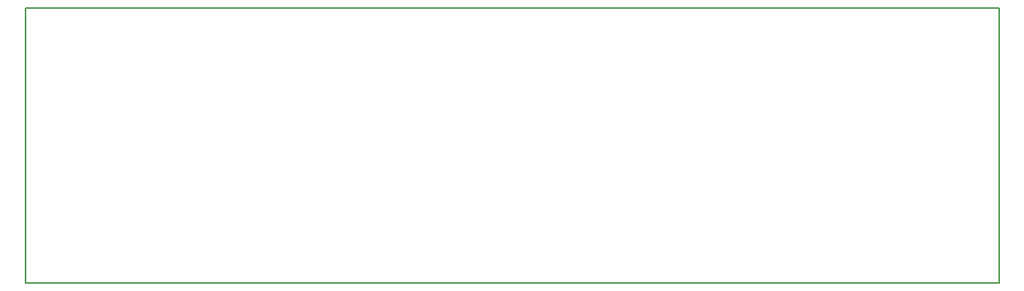
<source format=gbr>
%FSTAX42Y42*%
%MOMM*%
%SFA1B1*%

%IPPOS*%
%ADD30C,0.200000*%
%LNpcb_monitoring_top_front-1*%
%LPD*%
G54D30*
X-001349Y-002449D02*
X009949D01*
X-001349D02*
Y000749D01*
X009949Y-002449D02*
Y000749D01*
X-001349D02*
X009949D01*
M02*
</source>
